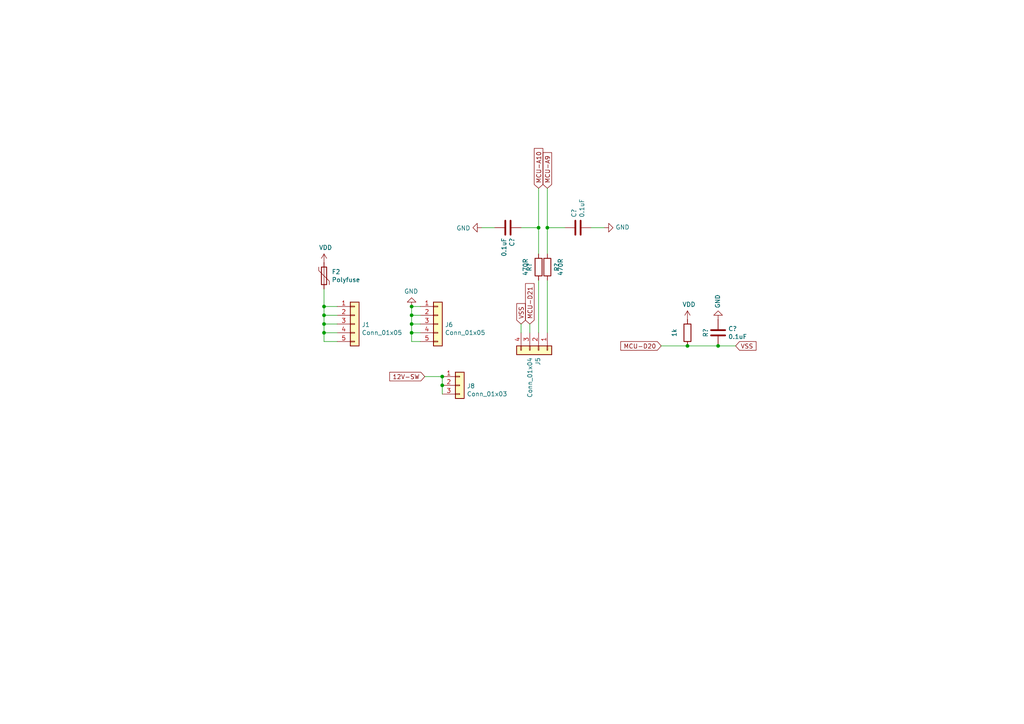
<source format=kicad_sch>
(kicad_sch (version 20250114) (generator "eeschema") (generator_version "9.0")
  (paper "A4")
  (title_block (title "0.4") (date "2021-03-27") (rev "4d") (company "Speeduino"))
  (lib_symbols
    (symbol "Connector_Generic:Conn_01x03" (pin_names (offset 1.016) (hide yes))
      (property "Reference" "J" (at 0 5.08 0))
      (property "Value" "Conn_01x03" (at 0 -5.08 0))
      (symbol "Conn_01x03_1_1"
        (rectangle (start -1.27 3.81) (end 1.27 -3.81) (stroke (width 0.254)) (fill (type background)))
        (rectangle (start -1.27 2.667) (end 0 2.413) (stroke (width 0.1524)))
        (rectangle (start -1.27 0.127) (end 0 -0.127) (stroke (width 0.1524)))
        (rectangle (start -1.27 -2.413) (end 0 -2.667) (stroke (width 0.1524)))
        (pin passive line (at -5.08 2.54 0) (length 3.81) (name "Pin_1") (number "1"))
        (pin passive line (at -5.08 0 0) (length 3.81) (name "Pin_2") (number "2"))
        (pin passive line (at -5.08 -2.54 0) (length 3.81) (name "Pin_3") (number "3"))
      )
    )
    (symbol "Connector_Generic:Conn_01x04" (pin_names (offset 1.016) (hide yes))
      (property "Reference" "J" (at 0 5.08 0))
      (property "Value" "Conn_01x04" (at 0 -7.62 0))
      (symbol "Conn_01x04_1_1"
        (rectangle (start -1.27 3.81) (end 1.27 -6.35) (stroke (width 0.254)) (fill (type background)))
        (rectangle (start -1.27 2.667) (end 0 2.413) (stroke (width 0.1524)))
        (rectangle (start -1.27 0.127) (end 0 -0.127) (stroke (width 0.1524)))
        (rectangle (start -1.27 -2.413) (end 0 -2.667) (stroke (width 0.1524)))
        (rectangle (start -1.27 -4.953) (end 0 -5.207) (stroke (width 0.1524)))
        (pin passive line (at -5.08 2.54 0) (length 3.81) (name "Pin_1") (number "1"))
        (pin passive line (at -5.08 0 0) (length 3.81) (name "Pin_2") (number "2"))
        (pin passive line (at -5.08 -2.54 0) (length 3.81) (name "Pin_3") (number "3"))
        (pin passive line (at -5.08 -5.08 0) (length 3.81) (name "Pin_4") (number "4"))
      )
    )
    (symbol "Connector_Generic:Conn_01x05" (pin_names (offset 1.016) (hide yes))
      (property "Reference" "J" (at 0 7.62 0))
      (property "Value" "Conn_01x05" (at 0 -7.62 0))
      (symbol "Conn_01x05_1_1"
        (rectangle (start -1.27 6.35) (end 1.27 -6.35) (stroke (width 0.254)) (fill (type background)))
        (rectangle (start -1.27 5.207) (end 0 4.953) (stroke (width 0.1524)))
        (rectangle (start -1.27 2.667) (end 0 2.413) (stroke (width 0.1524)))
        (rectangle (start -1.27 0.127) (end 0 -0.127) (stroke (width 0.1524)))
        (rectangle (start -1.27 -2.413) (end 0 -2.667) (stroke (width 0.1524)))
        (rectangle (start -1.27 -4.953) (end 0 -5.207) (stroke (width 0.1524)))
        (pin passive line (at -5.08 5.08 0) (length 3.81) (name "Pin_1") (number "1"))
        (pin passive line (at -5.08 2.54 0) (length 3.81) (name "Pin_2") (number "2"))
        (pin passive line (at -5.08 0 0) (length 3.81) (name "Pin_3") (number "3"))
        (pin passive line (at -5.08 -2.54 0) (length 3.81) (name "Pin_4") (number "4"))
        (pin passive line (at -5.08 -5.08 0) (length 3.81) (name "Pin_5") (number "5"))
      )
    )
    (symbol "Device:C" (pin_numbers (hide yes)) (pin_names (offset 0.254))
      (property "Reference" "C" (at 0.635 2.54 0))
      (property "Value" "C" (at 0.635 -2.54 0))
      (symbol "C_0_1"
        (polyline (pts (xy -2.032 0.762) (xy 2.032 0.762)) (stroke (width 0.508)))
        (polyline (pts (xy -2.032 -0.762) (xy 2.032 -0.762)) (stroke (width 0.508)))
      )
      (symbol "C_1_1"
        (pin passive line (at 0 3.81 270) (length 2.794) (name "~") (number "1"))
        (pin passive line (at 0 -3.81 90) (length 2.794) (name "~") (number "2"))
      )
    )
    (symbol "Device:Polyfuse" (pin_numbers (hide yes)) (pin_names (offset 0))
      (property "Reference" "F" (at -2.54 0 90))
      (property "Value" "Polyfuse" (at 2.54 0 90))
      (symbol "Polyfuse_0_1"
        (polyline (pts (xy -1.524 2.54) (xy -1.524 1.524) (xy 1.524 -1.524) (xy 1.524 -2.54)))
        (rectangle (start -0.762 2.54) (end 0.762 -2.54) (stroke (width 0.254)))
        (polyline (pts (xy 0 2.54) (xy 0 -2.54)))
      )
      (symbol "Polyfuse_1_1"
        (pin passive line (at 0 3.81 270) (length 1.27) (name "~") (number "1"))
        (pin passive line (at 0 -3.81 90) (length 1.27) (name "~") (number "2"))
      )
    )
    (symbol "Device:R" (pin_numbers (hide yes)) (pin_names (offset 0))
      (property "Reference" "R" (at 2.032 0 90))
      (property "Value" "R" (at 0 0 90))
      (symbol "R_0_1"
        (rectangle (start -1.016 -2.54) (end 1.016 2.54) (stroke (width 0.254)))
      )
      (symbol "R_1_1"
        (pin passive line (at 0 3.81 270) (length 1.27) (name "~") (number "1"))
        (pin passive line (at 0 -3.81 90) (length 1.27) (name "~") (number "2"))
      )
    )
    (symbol "power:GND" (power) (pin_numbers (hide yes)) (pin_names (offset 0) (hide yes))
      (property "Value" "GND" (at 0 -3.81 0))
      (symbol "GND_0_1"
        (polyline (pts (xy 0 0) (xy 0 -1.27) (xy 1.27 -1.27) (xy 0 -2.54) (xy -1.27 -1.27) (xy 0 -1.27)))
      )
      (symbol "GND_1_1"
        (pin power_in line (at 0 0 270) (length 0) (name "~") (number "1"))
      )
    )
    (symbol "power:VDD" (power) (pin_numbers (hide yes)) (pin_names (offset 0) (hide yes))
      (property "Value" "VDD" (at 0 3.556 0))
      (symbol "VDD_0_1"
        (polyline (pts (xy -0.762 1.27) (xy 0 2.54)))
        (polyline (pts (xy 0 2.54) (xy 0.762 1.27)))
        (polyline (pts (xy 0 0) (xy 0 2.54)))
      )
      (symbol "VDD_1_1"
        (pin power_in line (at 0 0 90) (length 0) (name "~") (number "1"))
      )
    )
  )
  (junction (at 128.27 111.76))
  (junction (at 156.21 66.04))
  (junction (at 93.98 91.44))
  (junction (at 199.39 100.33))
  (junction (at 93.98 96.52))
  (junction (at 93.98 93.98))
  (junction (at 93.98 88.9))
  (junction (at 119.38 91.44))
  (junction (at 119.38 93.98))
  (junction (at 208.28 100.33))
  (junction (at 119.38 88.9))
  (junction (at 128.27 109.22))
  (junction (at 119.38 96.52))
  (junction (at 158.75 66.04))
  (wire (pts (xy 151.13 66.04) (xy 156.21 66.04)))
  (wire (pts (xy 119.38 96.52) (xy 119.38 99.06)))
  (wire (pts (xy 93.98 88.9) (xy 93.98 91.44)))
  (wire (pts (xy 128.27 111.76) (xy 128.27 114.3)))
  (wire (pts (xy 119.38 99.06) (xy 121.92 99.06)))
  (wire (pts (xy 158.75 81.28) (xy 158.75 96.52)))
  (wire (pts (xy 97.79 96.52) (xy 93.98 96.52)))
  (wire (pts (xy 171.45 66.04) (xy 175.26 66.04)))
  (wire (pts (xy 158.75 54.61) (xy 158.75 66.04)))
  (wire (pts (xy 119.38 96.52) (xy 121.92 96.52)))
  (wire (pts (xy 93.98 83.82) (xy 93.98 88.9)))
  (wire (pts (xy 93.98 91.44) (xy 93.98 93.98)))
  (wire (pts (xy 123.19 109.22) (xy 128.27 109.22)))
  (wire (pts (xy 158.75 66.04) (xy 158.75 73.66)))
  (wire (pts (xy 97.79 91.44) (xy 93.98 91.44)))
  (wire (pts (xy 163.83 66.04) (xy 158.75 66.04)))
  (wire (pts (xy 119.38 88.9) (xy 119.38 91.44)))
  (wire (pts (xy 93.98 96.52) (xy 93.98 93.98)))
  (wire (pts (xy 156.21 66.04) (xy 156.21 73.66)))
  (wire (pts (xy 119.38 93.98) (xy 119.38 96.52)))
  (wire (pts (xy 156.21 54.61) (xy 156.21 66.04)))
  (wire (pts (xy 208.28 100.33) (xy 199.39 100.33)))
  (wire (pts (xy 143.51 66.04) (xy 139.7 66.04)))
  (wire (pts (xy 119.38 93.98) (xy 121.92 93.98)))
  (wire (pts (xy 199.39 100.33) (xy 191.77 100.33)))
  (wire (pts (xy 151.13 93.98) (xy 151.13 96.52)))
  (wire (pts (xy 119.38 91.44) (xy 121.92 91.44)))
  (wire (pts (xy 97.79 88.9) (xy 93.98 88.9)))
  (wire (pts (xy 128.27 109.22) (xy 128.27 111.76)))
  (wire (pts (xy 93.98 96.52) (xy 93.98 99.06)))
  (wire (pts (xy 97.79 99.06) (xy 93.98 99.06)))
  (wire (pts (xy 93.98 93.98) (xy 97.79 93.98)))
  (wire (pts (xy 213.36 100.33) (xy 208.28 100.33)))
  (wire (pts (xy 119.38 91.44) (xy 119.38 93.98)))
  (wire (pts (xy 119.38 88.9) (xy 121.92 88.9)))
  (wire (pts (xy 153.67 93.98) (xy 153.67 96.52)))
  (wire (pts (xy 156.21 81.28) (xy 156.21 96.52)))
  (global_label "MCU-D21" (shape input) (at 153.67 93.98 90) (property "Intersheetrefs" "${INTERSHEET_REFS}" (effects (hide yes))))
  (global_label "MCU-A10" (shape input) (at 156.21 54.61 90) (property "Intersheetrefs" "${INTERSHEET_REFS}" (effects (hide yes))))
  (global_label "12V-SW" (shape input) (at 123.19 109.22 180) (property "Intersheetrefs" "${INTERSHEET_REFS}" (effects (hide yes))))
  (global_label "MCU-D20" (shape input) (at 191.77 100.33 180) (property "Intersheetrefs" "${INTERSHEET_REFS}" (effects (hide yes))))
  (global_label "VSS" (shape input) (at 213.36 100.33 0) (property "Intersheetrefs" "${INTERSHEET_REFS}" (effects (hide yes))))
  (global_label "VSS" (shape input) (at 151.13 93.98 90) (property "Intersheetrefs" "${INTERSHEET_REFS}" (effects (hide yes))))
  (global_label "MCU-A9" (shape input) (at 158.75 54.61 90) (property "Intersheetrefs" "${INTERSHEET_REFS}" (effects (hide yes))))
  (symbol (lib_id "Connector_Generic:Conn_01x05") (at 102.87 93.98 0) (unit 1)
    (property "Reference" "J1" (at 104.902 94.1832 0) (effects (justify left)))
    (property "Value" "Conn_01x05" (at 104.902 96.4946 0) (effects (justify left)))
    (property "Footprint" "Connector_PinHeader_2.54mm:PinHeader_1x05_P2.54mm_Vertical" (effects (hide yes)))
  )
  (symbol (lib_id "Connector_Generic:Conn_01x05") (at 127 93.98 0) (unit 1)
    (property "Reference" "J6" (at 129.032 94.1832 0) (effects (justify left)))
    (property "Value" "Conn_01x05" (at 129.032 96.4946 0) (effects (justify left)))
    (property "Footprint" "Connector_PinHeader_2.54mm:PinHeader_1x05_P2.54mm_Vertical" (effects (hide yes)))
  )
  (symbol (lib_id "power:GND") (at 119.38 88.9 180) (unit 1)
    (property "Reference" "#PWR072" (effects (hide yes)))
    (property "Value" "GND" (at 119.253 84.5058 0))
  )
  (symbol (lib_id "Connector_Generic:Conn_01x04") (at 156.21 101.6 270) (unit 1)
    (property "Reference" "J5" (at 156.0068 103.632 0) (effects (justify left)))
    (property "Value" "Conn_01x04" (at 153.6954 103.632 0) (effects (justify left)))
    (property "Footprint" "Connector_PinHeader_2.54mm:PinHeader_1x04_P2.54mm_Vertical" (effects (hide yes)))
  )
  (symbol (lib_id "Device:R") (at 158.75 77.47 0) (unit 1)
    (property "Reference" "R63" (at 153.4922 77.47 90))
    (property "Value" "470R" (at 162.56 77.47 90))
    (property "Footprint" "Resistor_THT:R_Axial_DIN0204_L3.6mm_D1.6mm_P5.08mm_Horizontal" (effects (hide yes)))
    (property "Manufacturer_Name" "Vishay" (effects (hide yes)))
    (property "Manufacturer_Part_Number" "MBA02040C4700FRP00" (effects (hide yes)))
    (property "URL" "https://www.digikey.com.au/product-detail/en/vishay-beyschlag-draloric-bc-components/MBA02040C4700FRP00/BC3516CT-ND/7350946" (effects (hide yes)))
    (property "Digikey Part Number" "BC3516CT-ND" (effects (hide yes)))
    (instances (project "" (path "" (reference "R?") (unit 1)) (path "" (reference "R63") (unit 1))))
  )
  (symbol (lib_id "Device:C") (at 167.64 66.04 90) (unit 1)
    (property "Reference" "C23" (at 166.4716 63.119 0) (effects (justify left)))
    (property "Value" "0.1uF" (at 168.783 63.119 0) (effects (justify left)))
    (property "Footprint" "Capacitor_THT:C_Disc_D5.0mm_W2.5mm_P2.50mm" (effects (hide yes)))
    (property "Digikey Part Number" "445-180563-1-ND" (effects (hide yes)))
    (property "Manufacturer_Name" "TDK" (effects (hide yes)))
    (property "Manufacturer_Part_Number" "FA18X8R1E104KNU06" (effects (hide yes)))
    (property "URL" "https://www.digikey.com.au/product-detail/en/tdk-corporation/FA18X8R1E104KNU06/445-180563-1-ND/9560689" (effects (hide yes)))
    (instances (project "" (path "" (reference "C?") (unit 1)) (path "" (reference "C23") (unit 1))))
  )
  (symbol (lib_id "Device:R") (at 156.21 77.47 180) (unit 1)
    (property "Reference" "R62" (at 161.4678 77.47 90))
    (property "Value" "470R" (at 152.4 77.47 90))
    (property "Footprint" "Resistor_THT:R_Axial_DIN0204_L3.6mm_D1.6mm_P5.08mm_Horizontal" (effects (hide yes)))
    (property "Manufacturer_Name" "Vishay" (effects (hide yes)))
    (property "Manufacturer_Part_Number" "MBA02040C4700FRP00" (effects (hide yes)))
    (property "URL" "https://www.digikey.com.au/product-detail/en/vishay-beyschlag-draloric-bc-components/MBA02040C4700FRP00/BC3516CT-ND/7350946" (effects (hide yes)))
    (property "Digikey Part Number" "BC3516CT-ND" (effects (hide yes)))
    (instances (project "" (path "" (reference "R?") (unit 1)) (path "" (reference "R62") (unit 1))))
  )
  (symbol (lib_id "Device:C") (at 147.32 66.04 270) (unit 1)
    (property "Reference" "C22" (at 148.4884 68.961 0) (effects (justify left)))
    (property "Value" "0.1uF" (at 146.177 68.961 0) (effects (justify left)))
    (property "Footprint" "Capacitor_THT:C_Disc_D5.0mm_W2.5mm_P2.50mm" (effects (hide yes)))
    (property "Digikey Part Number" "445-180563-1-ND" (effects (hide yes)))
    (property "Manufacturer_Name" "TDK" (effects (hide yes)))
    (property "Manufacturer_Part_Number" "FA18X8R1E104KNU06" (effects (hide yes)))
    (property "URL" "https://www.digikey.com.au/product-detail/en/tdk-corporation/FA18X8R1E104KNU06/445-180563-1-ND/9560689" (effects (hide yes)))
    (instances (project "" (path "" (reference "C?") (unit 1)) (path "" (reference "C22") (unit 1))))
  )
  (symbol (lib_id "power:GND") (at 139.7 66.04 270) (unit 1)
    (property "Reference" "#PWR073" (effects (hide yes)))
    (property "Value" "GND" (at 136.4488 66.167 90) (effects (justify right)))
  )
  (symbol (lib_id "power:GND") (at 175.26 66.04 90) (unit 1)
    (property "Reference" "#PWR074" (effects (hide yes)))
    (property "Value" "GND" (at 178.5112 65.913 90) (effects (justify right)))
  )
  (symbol (lib_id "Connector_Generic:Conn_01x03") (at 133.35 111.76 0) (unit 1)
    (property "Reference" "J8" (at 135.382 111.9632 0) (effects (justify left)))
    (property "Value" "Conn_01x03" (at 135.382 114.2746 0) (effects (justify left)))
    (property "Footprint" "Connector_PinHeader_2.54mm:PinHeader_1x03_P2.54mm_Vertical" (effects (hide yes)))
    (property "Sim.Device" "SPICE" (effects (hide yes)))
    (property "Sim.Params" "type=\"J\" model=\"Conn_01x03\" lib=\"\"" (effects (hide yes)))
    (property "Sim.Pins" "1=1 2=2 3=3" (effects (hide yes)))
  )
  (symbol (lib_id "Device:Polyfuse") (at 93.98 80.01 0) (unit 1)
    (property "Reference" "F2" (at 96.2152 78.8416 0) (effects (justify left)))
    (property "Value" "Polyfuse" (at 96.2152 81.153 0) (effects (justify left)))
    (property "Footprint" "Fuse:Fuse_BelFuse_0ZRE0055FF_L14.0mm_W4.1mm" (effects (hide yes)))
    (property "Digikey Part Number" "507-2403-ND" (effects (hide yes)))
    (property "Manufacturer_Name" "Bel Fuse" (effects (hide yes)))
    (property "Manufacturer_Part_Number" "0ZRP0050FF1E" (effects (hide yes)))
    (property "URL" "https://www.digikey.com.au/product-detail/en/bel-fuse-inc/0ZRP0050FF1E/507-2403-ND/9468252" (effects (hide yes)))
  )
  (symbol (lib_id "power:VDD") (at 93.98 76.2 0) (unit 1)
    (property "Reference" "#PWR0120" (effects (hide yes)))
    (property "Value" "VDD" (at 94.4118 71.8058 0))
  )
  (symbol (lib_id "Device:R") (at 199.39 96.52 180) (unit 1)
    (property "Reference" "R54" (at 204.6478 96.52 90))
    (property "Value" "1k" (at 195.58 96.52 90))
    (property "Footprint" "Resistor_THT:R_Axial_DIN0204_L3.6mm_D1.6mm_P5.08mm_Horizontal" (effects (hide yes)))
    (property "Manufacturer_Name" "Vishay" (effects (hide yes)))
    (property "Manufacturer_Part_Number" "MBA02040C1001FRP00" (effects (hide yes)))
    (property "Digikey Part Number" "BC1.00KXCT-ND" (effects (hide yes)))
    (instances (project "" (path "" (reference "R?") (unit 1)) (path "" (reference "R54") (unit 1))))
  )
  (symbol (lib_id "Device:C") (at 208.28 96.52 0) (unit 1)
    (property "Reference" "C28" (at 211.201 95.3516 0) (effects (justify left)))
    (property "Value" "0.1uF" (at 211.201 97.663 0) (effects (justify left)))
    (property "Footprint" "Capacitor_THT:C_Disc_D5.0mm_W2.5mm_P2.50mm" (effects (hide yes)))
    (property "Digikey Part Number" "445-180563-1-ND" (effects (hide yes)))
    (property "Manufacturer_Name" "TDK" (effects (hide yes)))
    (property "Manufacturer_Part_Number" "FA18X8R1E104KNU06" (effects (hide yes)))
    (property "URL" "https://www.digikey.com.au/product-detail/en/tdk-corporation/FA18X8R1E104KNU06/445-180563-1-ND/9560689" (effects (hide yes)))
    (instances (project "" (path "" (reference "C?") (unit 1)) (path "" (reference "C28") (unit 1))))
  )
  (symbol (lib_id "power:GND") (at 208.28 92.71 180) (unit 1)
    (property "Reference" "#PWR0121" (effects (hide yes)))
    (property "Value" "GND" (at 208.153 89.4588 90) (effects (justify right)))
  )
  (symbol (lib_id "power:VDD") (at 199.39 92.71 0) (unit 1)
    (property "Reference" "#PWR0122" (effects (hide yes)))
    (property "Value" "VDD" (at 199.8218 88.3158 0))
  )
)
</source>
